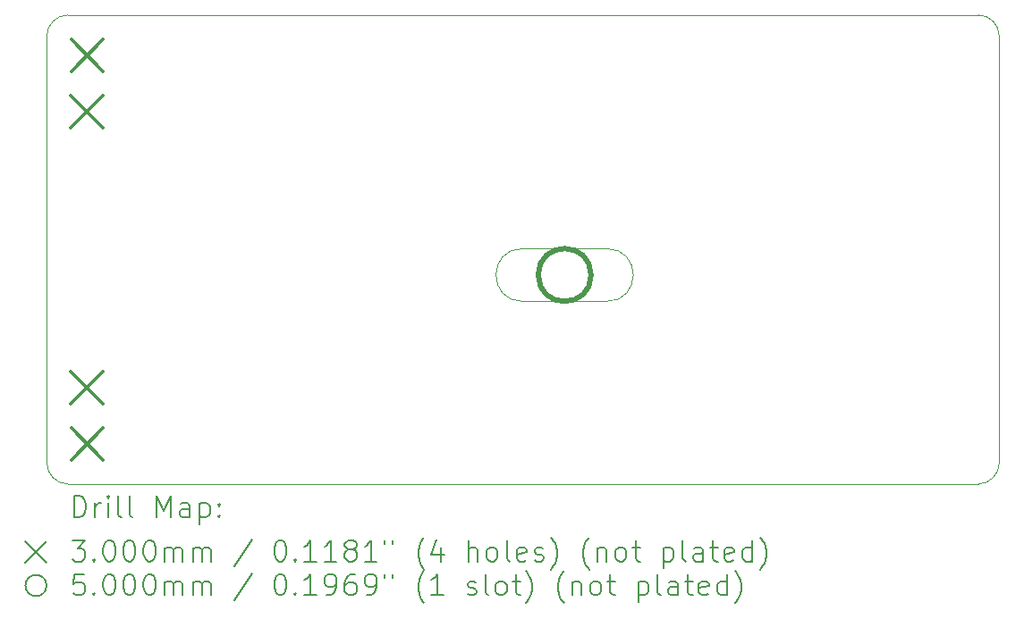
<source format=gbr>
%TF.GenerationSoftware,KiCad,Pcbnew,8.0.4*%
%TF.CreationDate,2024-09-16T22:07:16+05:30*%
%TF.ProjectId,mmeshtastic-pcb,6d6d6573-6874-4617-9374-69632d706362,rev?*%
%TF.SameCoordinates,Original*%
%TF.FileFunction,Drillmap*%
%TF.FilePolarity,Positive*%
%FSLAX45Y45*%
G04 Gerber Fmt 4.5, Leading zero omitted, Abs format (unit mm)*
G04 Created by KiCad (PCBNEW 8.0.4) date 2024-09-16 22:07:16*
%MOMM*%
%LPD*%
G01*
G04 APERTURE LIST*
%ADD10C,0.050000*%
%ADD11C,0.200000*%
%ADD12C,0.300000*%
%ADD13C,0.500000*%
%ADD14C,0.100000*%
G04 APERTURE END LIST*
D10*
X5280000Y-6731000D02*
X13897000Y-6731000D01*
X5080000Y-10976000D02*
X5080000Y-6931000D01*
X5280000Y-11176000D02*
G75*
G02*
X5080000Y-10976000I0J200000D01*
G01*
X13897000Y-6731000D02*
G75*
G02*
X14097000Y-6931000I0J-200000D01*
G01*
X13897000Y-11176000D02*
X5280000Y-11176000D01*
X14097000Y-6931000D02*
X14097000Y-10976000D01*
X14097000Y-10976000D02*
G75*
G02*
X13897000Y-11176000I-200000J0D01*
G01*
X5080000Y-6931000D02*
G75*
G02*
X5280000Y-6731000I200000J0D01*
G01*
D11*
D12*
X5307700Y-7495400D02*
X5607700Y-7795400D01*
X5607700Y-7495400D02*
X5307700Y-7795400D01*
X5307700Y-10111600D02*
X5607700Y-10411600D01*
X5607700Y-10111600D02*
X5307700Y-10411600D01*
X5311000Y-6962000D02*
X5611000Y-7262000D01*
X5611000Y-6962000D02*
X5311000Y-7262000D01*
X5311000Y-10645000D02*
X5611000Y-10945000D01*
X5611000Y-10645000D02*
X5311000Y-10945000D01*
D13*
X10232200Y-9194800D02*
G75*
G02*
X9732200Y-9194800I-250000J0D01*
G01*
X9732200Y-9194800D02*
G75*
G02*
X10232200Y-9194800I250000J0D01*
G01*
D14*
X9582200Y-9444800D02*
X10382200Y-9444800D01*
X10382200Y-8944800D02*
G75*
G02*
X10382200Y-9444800I0J-250000D01*
G01*
X10382200Y-8944800D02*
X9582200Y-8944800D01*
X9582200Y-8944800D02*
G75*
G03*
X9582200Y-9444800I0J-250000D01*
G01*
D11*
X5338277Y-11489984D02*
X5338277Y-11289984D01*
X5338277Y-11289984D02*
X5385896Y-11289984D01*
X5385896Y-11289984D02*
X5414467Y-11299508D01*
X5414467Y-11299508D02*
X5433515Y-11318555D01*
X5433515Y-11318555D02*
X5443039Y-11337603D01*
X5443039Y-11337603D02*
X5452563Y-11375698D01*
X5452563Y-11375698D02*
X5452563Y-11404269D01*
X5452563Y-11404269D02*
X5443039Y-11442365D01*
X5443039Y-11442365D02*
X5433515Y-11461412D01*
X5433515Y-11461412D02*
X5414467Y-11480460D01*
X5414467Y-11480460D02*
X5385896Y-11489984D01*
X5385896Y-11489984D02*
X5338277Y-11489984D01*
X5538277Y-11489984D02*
X5538277Y-11356650D01*
X5538277Y-11394746D02*
X5547801Y-11375698D01*
X5547801Y-11375698D02*
X5557324Y-11366174D01*
X5557324Y-11366174D02*
X5576372Y-11356650D01*
X5576372Y-11356650D02*
X5595420Y-11356650D01*
X5662086Y-11489984D02*
X5662086Y-11356650D01*
X5662086Y-11289984D02*
X5652562Y-11299508D01*
X5652562Y-11299508D02*
X5662086Y-11309031D01*
X5662086Y-11309031D02*
X5671610Y-11299508D01*
X5671610Y-11299508D02*
X5662086Y-11289984D01*
X5662086Y-11289984D02*
X5662086Y-11309031D01*
X5785896Y-11489984D02*
X5766848Y-11480460D01*
X5766848Y-11480460D02*
X5757324Y-11461412D01*
X5757324Y-11461412D02*
X5757324Y-11289984D01*
X5890658Y-11489984D02*
X5871610Y-11480460D01*
X5871610Y-11480460D02*
X5862086Y-11461412D01*
X5862086Y-11461412D02*
X5862086Y-11289984D01*
X6119229Y-11489984D02*
X6119229Y-11289984D01*
X6119229Y-11289984D02*
X6185896Y-11432841D01*
X6185896Y-11432841D02*
X6252562Y-11289984D01*
X6252562Y-11289984D02*
X6252562Y-11489984D01*
X6433515Y-11489984D02*
X6433515Y-11385222D01*
X6433515Y-11385222D02*
X6423991Y-11366174D01*
X6423991Y-11366174D02*
X6404943Y-11356650D01*
X6404943Y-11356650D02*
X6366848Y-11356650D01*
X6366848Y-11356650D02*
X6347801Y-11366174D01*
X6433515Y-11480460D02*
X6414467Y-11489984D01*
X6414467Y-11489984D02*
X6366848Y-11489984D01*
X6366848Y-11489984D02*
X6347801Y-11480460D01*
X6347801Y-11480460D02*
X6338277Y-11461412D01*
X6338277Y-11461412D02*
X6338277Y-11442365D01*
X6338277Y-11442365D02*
X6347801Y-11423317D01*
X6347801Y-11423317D02*
X6366848Y-11413793D01*
X6366848Y-11413793D02*
X6414467Y-11413793D01*
X6414467Y-11413793D02*
X6433515Y-11404269D01*
X6528753Y-11356650D02*
X6528753Y-11556650D01*
X6528753Y-11366174D02*
X6547801Y-11356650D01*
X6547801Y-11356650D02*
X6585896Y-11356650D01*
X6585896Y-11356650D02*
X6604943Y-11366174D01*
X6604943Y-11366174D02*
X6614467Y-11375698D01*
X6614467Y-11375698D02*
X6623991Y-11394746D01*
X6623991Y-11394746D02*
X6623991Y-11451888D01*
X6623991Y-11451888D02*
X6614467Y-11470936D01*
X6614467Y-11470936D02*
X6604943Y-11480460D01*
X6604943Y-11480460D02*
X6585896Y-11489984D01*
X6585896Y-11489984D02*
X6547801Y-11489984D01*
X6547801Y-11489984D02*
X6528753Y-11480460D01*
X6709705Y-11470936D02*
X6719229Y-11480460D01*
X6719229Y-11480460D02*
X6709705Y-11489984D01*
X6709705Y-11489984D02*
X6700182Y-11480460D01*
X6700182Y-11480460D02*
X6709705Y-11470936D01*
X6709705Y-11470936D02*
X6709705Y-11489984D01*
X6709705Y-11366174D02*
X6719229Y-11375698D01*
X6719229Y-11375698D02*
X6709705Y-11385222D01*
X6709705Y-11385222D02*
X6700182Y-11375698D01*
X6700182Y-11375698D02*
X6709705Y-11366174D01*
X6709705Y-11366174D02*
X6709705Y-11385222D01*
X4877500Y-11718500D02*
X5077500Y-11918500D01*
X5077500Y-11718500D02*
X4877500Y-11918500D01*
X5319229Y-11709984D02*
X5443039Y-11709984D01*
X5443039Y-11709984D02*
X5376372Y-11786174D01*
X5376372Y-11786174D02*
X5404944Y-11786174D01*
X5404944Y-11786174D02*
X5423991Y-11795698D01*
X5423991Y-11795698D02*
X5433515Y-11805222D01*
X5433515Y-11805222D02*
X5443039Y-11824269D01*
X5443039Y-11824269D02*
X5443039Y-11871888D01*
X5443039Y-11871888D02*
X5433515Y-11890936D01*
X5433515Y-11890936D02*
X5423991Y-11900460D01*
X5423991Y-11900460D02*
X5404944Y-11909984D01*
X5404944Y-11909984D02*
X5347801Y-11909984D01*
X5347801Y-11909984D02*
X5328753Y-11900460D01*
X5328753Y-11900460D02*
X5319229Y-11890936D01*
X5528753Y-11890936D02*
X5538277Y-11900460D01*
X5538277Y-11900460D02*
X5528753Y-11909984D01*
X5528753Y-11909984D02*
X5519229Y-11900460D01*
X5519229Y-11900460D02*
X5528753Y-11890936D01*
X5528753Y-11890936D02*
X5528753Y-11909984D01*
X5662086Y-11709984D02*
X5681134Y-11709984D01*
X5681134Y-11709984D02*
X5700182Y-11719508D01*
X5700182Y-11719508D02*
X5709705Y-11729031D01*
X5709705Y-11729031D02*
X5719229Y-11748079D01*
X5719229Y-11748079D02*
X5728753Y-11786174D01*
X5728753Y-11786174D02*
X5728753Y-11833793D01*
X5728753Y-11833793D02*
X5719229Y-11871888D01*
X5719229Y-11871888D02*
X5709705Y-11890936D01*
X5709705Y-11890936D02*
X5700182Y-11900460D01*
X5700182Y-11900460D02*
X5681134Y-11909984D01*
X5681134Y-11909984D02*
X5662086Y-11909984D01*
X5662086Y-11909984D02*
X5643039Y-11900460D01*
X5643039Y-11900460D02*
X5633515Y-11890936D01*
X5633515Y-11890936D02*
X5623991Y-11871888D01*
X5623991Y-11871888D02*
X5614467Y-11833793D01*
X5614467Y-11833793D02*
X5614467Y-11786174D01*
X5614467Y-11786174D02*
X5623991Y-11748079D01*
X5623991Y-11748079D02*
X5633515Y-11729031D01*
X5633515Y-11729031D02*
X5643039Y-11719508D01*
X5643039Y-11719508D02*
X5662086Y-11709984D01*
X5852562Y-11709984D02*
X5871610Y-11709984D01*
X5871610Y-11709984D02*
X5890658Y-11719508D01*
X5890658Y-11719508D02*
X5900182Y-11729031D01*
X5900182Y-11729031D02*
X5909705Y-11748079D01*
X5909705Y-11748079D02*
X5919229Y-11786174D01*
X5919229Y-11786174D02*
X5919229Y-11833793D01*
X5919229Y-11833793D02*
X5909705Y-11871888D01*
X5909705Y-11871888D02*
X5900182Y-11890936D01*
X5900182Y-11890936D02*
X5890658Y-11900460D01*
X5890658Y-11900460D02*
X5871610Y-11909984D01*
X5871610Y-11909984D02*
X5852562Y-11909984D01*
X5852562Y-11909984D02*
X5833515Y-11900460D01*
X5833515Y-11900460D02*
X5823991Y-11890936D01*
X5823991Y-11890936D02*
X5814467Y-11871888D01*
X5814467Y-11871888D02*
X5804943Y-11833793D01*
X5804943Y-11833793D02*
X5804943Y-11786174D01*
X5804943Y-11786174D02*
X5814467Y-11748079D01*
X5814467Y-11748079D02*
X5823991Y-11729031D01*
X5823991Y-11729031D02*
X5833515Y-11719508D01*
X5833515Y-11719508D02*
X5852562Y-11709984D01*
X6043039Y-11709984D02*
X6062086Y-11709984D01*
X6062086Y-11709984D02*
X6081134Y-11719508D01*
X6081134Y-11719508D02*
X6090658Y-11729031D01*
X6090658Y-11729031D02*
X6100182Y-11748079D01*
X6100182Y-11748079D02*
X6109705Y-11786174D01*
X6109705Y-11786174D02*
X6109705Y-11833793D01*
X6109705Y-11833793D02*
X6100182Y-11871888D01*
X6100182Y-11871888D02*
X6090658Y-11890936D01*
X6090658Y-11890936D02*
X6081134Y-11900460D01*
X6081134Y-11900460D02*
X6062086Y-11909984D01*
X6062086Y-11909984D02*
X6043039Y-11909984D01*
X6043039Y-11909984D02*
X6023991Y-11900460D01*
X6023991Y-11900460D02*
X6014467Y-11890936D01*
X6014467Y-11890936D02*
X6004943Y-11871888D01*
X6004943Y-11871888D02*
X5995420Y-11833793D01*
X5995420Y-11833793D02*
X5995420Y-11786174D01*
X5995420Y-11786174D02*
X6004943Y-11748079D01*
X6004943Y-11748079D02*
X6014467Y-11729031D01*
X6014467Y-11729031D02*
X6023991Y-11719508D01*
X6023991Y-11719508D02*
X6043039Y-11709984D01*
X6195420Y-11909984D02*
X6195420Y-11776650D01*
X6195420Y-11795698D02*
X6204943Y-11786174D01*
X6204943Y-11786174D02*
X6223991Y-11776650D01*
X6223991Y-11776650D02*
X6252563Y-11776650D01*
X6252563Y-11776650D02*
X6271610Y-11786174D01*
X6271610Y-11786174D02*
X6281134Y-11805222D01*
X6281134Y-11805222D02*
X6281134Y-11909984D01*
X6281134Y-11805222D02*
X6290658Y-11786174D01*
X6290658Y-11786174D02*
X6309705Y-11776650D01*
X6309705Y-11776650D02*
X6338277Y-11776650D01*
X6338277Y-11776650D02*
X6357324Y-11786174D01*
X6357324Y-11786174D02*
X6366848Y-11805222D01*
X6366848Y-11805222D02*
X6366848Y-11909984D01*
X6462086Y-11909984D02*
X6462086Y-11776650D01*
X6462086Y-11795698D02*
X6471610Y-11786174D01*
X6471610Y-11786174D02*
X6490658Y-11776650D01*
X6490658Y-11776650D02*
X6519229Y-11776650D01*
X6519229Y-11776650D02*
X6538277Y-11786174D01*
X6538277Y-11786174D02*
X6547801Y-11805222D01*
X6547801Y-11805222D02*
X6547801Y-11909984D01*
X6547801Y-11805222D02*
X6557324Y-11786174D01*
X6557324Y-11786174D02*
X6576372Y-11776650D01*
X6576372Y-11776650D02*
X6604943Y-11776650D01*
X6604943Y-11776650D02*
X6623991Y-11786174D01*
X6623991Y-11786174D02*
X6633515Y-11805222D01*
X6633515Y-11805222D02*
X6633515Y-11909984D01*
X7023991Y-11700460D02*
X6852563Y-11957603D01*
X7281134Y-11709984D02*
X7300182Y-11709984D01*
X7300182Y-11709984D02*
X7319229Y-11719508D01*
X7319229Y-11719508D02*
X7328753Y-11729031D01*
X7328753Y-11729031D02*
X7338277Y-11748079D01*
X7338277Y-11748079D02*
X7347801Y-11786174D01*
X7347801Y-11786174D02*
X7347801Y-11833793D01*
X7347801Y-11833793D02*
X7338277Y-11871888D01*
X7338277Y-11871888D02*
X7328753Y-11890936D01*
X7328753Y-11890936D02*
X7319229Y-11900460D01*
X7319229Y-11900460D02*
X7300182Y-11909984D01*
X7300182Y-11909984D02*
X7281134Y-11909984D01*
X7281134Y-11909984D02*
X7262086Y-11900460D01*
X7262086Y-11900460D02*
X7252563Y-11890936D01*
X7252563Y-11890936D02*
X7243039Y-11871888D01*
X7243039Y-11871888D02*
X7233515Y-11833793D01*
X7233515Y-11833793D02*
X7233515Y-11786174D01*
X7233515Y-11786174D02*
X7243039Y-11748079D01*
X7243039Y-11748079D02*
X7252563Y-11729031D01*
X7252563Y-11729031D02*
X7262086Y-11719508D01*
X7262086Y-11719508D02*
X7281134Y-11709984D01*
X7433515Y-11890936D02*
X7443039Y-11900460D01*
X7443039Y-11900460D02*
X7433515Y-11909984D01*
X7433515Y-11909984D02*
X7423991Y-11900460D01*
X7423991Y-11900460D02*
X7433515Y-11890936D01*
X7433515Y-11890936D02*
X7433515Y-11909984D01*
X7633515Y-11909984D02*
X7519229Y-11909984D01*
X7576372Y-11909984D02*
X7576372Y-11709984D01*
X7576372Y-11709984D02*
X7557325Y-11738555D01*
X7557325Y-11738555D02*
X7538277Y-11757603D01*
X7538277Y-11757603D02*
X7519229Y-11767127D01*
X7823991Y-11909984D02*
X7709706Y-11909984D01*
X7766848Y-11909984D02*
X7766848Y-11709984D01*
X7766848Y-11709984D02*
X7747801Y-11738555D01*
X7747801Y-11738555D02*
X7728753Y-11757603D01*
X7728753Y-11757603D02*
X7709706Y-11767127D01*
X7938277Y-11795698D02*
X7919229Y-11786174D01*
X7919229Y-11786174D02*
X7909706Y-11776650D01*
X7909706Y-11776650D02*
X7900182Y-11757603D01*
X7900182Y-11757603D02*
X7900182Y-11748079D01*
X7900182Y-11748079D02*
X7909706Y-11729031D01*
X7909706Y-11729031D02*
X7919229Y-11719508D01*
X7919229Y-11719508D02*
X7938277Y-11709984D01*
X7938277Y-11709984D02*
X7976372Y-11709984D01*
X7976372Y-11709984D02*
X7995420Y-11719508D01*
X7995420Y-11719508D02*
X8004944Y-11729031D01*
X8004944Y-11729031D02*
X8014467Y-11748079D01*
X8014467Y-11748079D02*
X8014467Y-11757603D01*
X8014467Y-11757603D02*
X8004944Y-11776650D01*
X8004944Y-11776650D02*
X7995420Y-11786174D01*
X7995420Y-11786174D02*
X7976372Y-11795698D01*
X7976372Y-11795698D02*
X7938277Y-11795698D01*
X7938277Y-11795698D02*
X7919229Y-11805222D01*
X7919229Y-11805222D02*
X7909706Y-11814746D01*
X7909706Y-11814746D02*
X7900182Y-11833793D01*
X7900182Y-11833793D02*
X7900182Y-11871888D01*
X7900182Y-11871888D02*
X7909706Y-11890936D01*
X7909706Y-11890936D02*
X7919229Y-11900460D01*
X7919229Y-11900460D02*
X7938277Y-11909984D01*
X7938277Y-11909984D02*
X7976372Y-11909984D01*
X7976372Y-11909984D02*
X7995420Y-11900460D01*
X7995420Y-11900460D02*
X8004944Y-11890936D01*
X8004944Y-11890936D02*
X8014467Y-11871888D01*
X8014467Y-11871888D02*
X8014467Y-11833793D01*
X8014467Y-11833793D02*
X8004944Y-11814746D01*
X8004944Y-11814746D02*
X7995420Y-11805222D01*
X7995420Y-11805222D02*
X7976372Y-11795698D01*
X8204944Y-11909984D02*
X8090658Y-11909984D01*
X8147801Y-11909984D02*
X8147801Y-11709984D01*
X8147801Y-11709984D02*
X8128753Y-11738555D01*
X8128753Y-11738555D02*
X8109706Y-11757603D01*
X8109706Y-11757603D02*
X8090658Y-11767127D01*
X8281134Y-11709984D02*
X8281134Y-11748079D01*
X8357325Y-11709984D02*
X8357325Y-11748079D01*
X8652563Y-11986174D02*
X8643039Y-11976650D01*
X8643039Y-11976650D02*
X8623991Y-11948079D01*
X8623991Y-11948079D02*
X8614468Y-11929031D01*
X8614468Y-11929031D02*
X8604944Y-11900460D01*
X8604944Y-11900460D02*
X8595420Y-11852841D01*
X8595420Y-11852841D02*
X8595420Y-11814746D01*
X8595420Y-11814746D02*
X8604944Y-11767127D01*
X8604944Y-11767127D02*
X8614468Y-11738555D01*
X8614468Y-11738555D02*
X8623991Y-11719508D01*
X8623991Y-11719508D02*
X8643039Y-11690936D01*
X8643039Y-11690936D02*
X8652563Y-11681412D01*
X8814468Y-11776650D02*
X8814468Y-11909984D01*
X8766849Y-11700460D02*
X8719230Y-11843317D01*
X8719230Y-11843317D02*
X8843039Y-11843317D01*
X9071611Y-11909984D02*
X9071611Y-11709984D01*
X9157325Y-11909984D02*
X9157325Y-11805222D01*
X9157325Y-11805222D02*
X9147801Y-11786174D01*
X9147801Y-11786174D02*
X9128753Y-11776650D01*
X9128753Y-11776650D02*
X9100182Y-11776650D01*
X9100182Y-11776650D02*
X9081134Y-11786174D01*
X9081134Y-11786174D02*
X9071611Y-11795698D01*
X9281134Y-11909984D02*
X9262087Y-11900460D01*
X9262087Y-11900460D02*
X9252563Y-11890936D01*
X9252563Y-11890936D02*
X9243039Y-11871888D01*
X9243039Y-11871888D02*
X9243039Y-11814746D01*
X9243039Y-11814746D02*
X9252563Y-11795698D01*
X9252563Y-11795698D02*
X9262087Y-11786174D01*
X9262087Y-11786174D02*
X9281134Y-11776650D01*
X9281134Y-11776650D02*
X9309706Y-11776650D01*
X9309706Y-11776650D02*
X9328753Y-11786174D01*
X9328753Y-11786174D02*
X9338277Y-11795698D01*
X9338277Y-11795698D02*
X9347801Y-11814746D01*
X9347801Y-11814746D02*
X9347801Y-11871888D01*
X9347801Y-11871888D02*
X9338277Y-11890936D01*
X9338277Y-11890936D02*
X9328753Y-11900460D01*
X9328753Y-11900460D02*
X9309706Y-11909984D01*
X9309706Y-11909984D02*
X9281134Y-11909984D01*
X9462087Y-11909984D02*
X9443039Y-11900460D01*
X9443039Y-11900460D02*
X9433515Y-11881412D01*
X9433515Y-11881412D02*
X9433515Y-11709984D01*
X9614468Y-11900460D02*
X9595420Y-11909984D01*
X9595420Y-11909984D02*
X9557325Y-11909984D01*
X9557325Y-11909984D02*
X9538277Y-11900460D01*
X9538277Y-11900460D02*
X9528753Y-11881412D01*
X9528753Y-11881412D02*
X9528753Y-11805222D01*
X9528753Y-11805222D02*
X9538277Y-11786174D01*
X9538277Y-11786174D02*
X9557325Y-11776650D01*
X9557325Y-11776650D02*
X9595420Y-11776650D01*
X9595420Y-11776650D02*
X9614468Y-11786174D01*
X9614468Y-11786174D02*
X9623992Y-11805222D01*
X9623992Y-11805222D02*
X9623992Y-11824269D01*
X9623992Y-11824269D02*
X9528753Y-11843317D01*
X9700182Y-11900460D02*
X9719230Y-11909984D01*
X9719230Y-11909984D02*
X9757325Y-11909984D01*
X9757325Y-11909984D02*
X9776373Y-11900460D01*
X9776373Y-11900460D02*
X9785896Y-11881412D01*
X9785896Y-11881412D02*
X9785896Y-11871888D01*
X9785896Y-11871888D02*
X9776373Y-11852841D01*
X9776373Y-11852841D02*
X9757325Y-11843317D01*
X9757325Y-11843317D02*
X9728753Y-11843317D01*
X9728753Y-11843317D02*
X9709706Y-11833793D01*
X9709706Y-11833793D02*
X9700182Y-11814746D01*
X9700182Y-11814746D02*
X9700182Y-11805222D01*
X9700182Y-11805222D02*
X9709706Y-11786174D01*
X9709706Y-11786174D02*
X9728753Y-11776650D01*
X9728753Y-11776650D02*
X9757325Y-11776650D01*
X9757325Y-11776650D02*
X9776373Y-11786174D01*
X9852563Y-11986174D02*
X9862087Y-11976650D01*
X9862087Y-11976650D02*
X9881134Y-11948079D01*
X9881134Y-11948079D02*
X9890658Y-11929031D01*
X9890658Y-11929031D02*
X9900182Y-11900460D01*
X9900182Y-11900460D02*
X9909706Y-11852841D01*
X9909706Y-11852841D02*
X9909706Y-11814746D01*
X9909706Y-11814746D02*
X9900182Y-11767127D01*
X9900182Y-11767127D02*
X9890658Y-11738555D01*
X9890658Y-11738555D02*
X9881134Y-11719508D01*
X9881134Y-11719508D02*
X9862087Y-11690936D01*
X9862087Y-11690936D02*
X9852563Y-11681412D01*
X10214468Y-11986174D02*
X10204944Y-11976650D01*
X10204944Y-11976650D02*
X10185896Y-11948079D01*
X10185896Y-11948079D02*
X10176373Y-11929031D01*
X10176373Y-11929031D02*
X10166849Y-11900460D01*
X10166849Y-11900460D02*
X10157325Y-11852841D01*
X10157325Y-11852841D02*
X10157325Y-11814746D01*
X10157325Y-11814746D02*
X10166849Y-11767127D01*
X10166849Y-11767127D02*
X10176373Y-11738555D01*
X10176373Y-11738555D02*
X10185896Y-11719508D01*
X10185896Y-11719508D02*
X10204944Y-11690936D01*
X10204944Y-11690936D02*
X10214468Y-11681412D01*
X10290658Y-11776650D02*
X10290658Y-11909984D01*
X10290658Y-11795698D02*
X10300182Y-11786174D01*
X10300182Y-11786174D02*
X10319230Y-11776650D01*
X10319230Y-11776650D02*
X10347801Y-11776650D01*
X10347801Y-11776650D02*
X10366849Y-11786174D01*
X10366849Y-11786174D02*
X10376373Y-11805222D01*
X10376373Y-11805222D02*
X10376373Y-11909984D01*
X10500182Y-11909984D02*
X10481134Y-11900460D01*
X10481134Y-11900460D02*
X10471611Y-11890936D01*
X10471611Y-11890936D02*
X10462087Y-11871888D01*
X10462087Y-11871888D02*
X10462087Y-11814746D01*
X10462087Y-11814746D02*
X10471611Y-11795698D01*
X10471611Y-11795698D02*
X10481134Y-11786174D01*
X10481134Y-11786174D02*
X10500182Y-11776650D01*
X10500182Y-11776650D02*
X10528754Y-11776650D01*
X10528754Y-11776650D02*
X10547801Y-11786174D01*
X10547801Y-11786174D02*
X10557325Y-11795698D01*
X10557325Y-11795698D02*
X10566849Y-11814746D01*
X10566849Y-11814746D02*
X10566849Y-11871888D01*
X10566849Y-11871888D02*
X10557325Y-11890936D01*
X10557325Y-11890936D02*
X10547801Y-11900460D01*
X10547801Y-11900460D02*
X10528754Y-11909984D01*
X10528754Y-11909984D02*
X10500182Y-11909984D01*
X10623992Y-11776650D02*
X10700182Y-11776650D01*
X10652563Y-11709984D02*
X10652563Y-11881412D01*
X10652563Y-11881412D02*
X10662087Y-11900460D01*
X10662087Y-11900460D02*
X10681134Y-11909984D01*
X10681134Y-11909984D02*
X10700182Y-11909984D01*
X10919230Y-11776650D02*
X10919230Y-11976650D01*
X10919230Y-11786174D02*
X10938277Y-11776650D01*
X10938277Y-11776650D02*
X10976373Y-11776650D01*
X10976373Y-11776650D02*
X10995420Y-11786174D01*
X10995420Y-11786174D02*
X11004944Y-11795698D01*
X11004944Y-11795698D02*
X11014468Y-11814746D01*
X11014468Y-11814746D02*
X11014468Y-11871888D01*
X11014468Y-11871888D02*
X11004944Y-11890936D01*
X11004944Y-11890936D02*
X10995420Y-11900460D01*
X10995420Y-11900460D02*
X10976373Y-11909984D01*
X10976373Y-11909984D02*
X10938277Y-11909984D01*
X10938277Y-11909984D02*
X10919230Y-11900460D01*
X11128754Y-11909984D02*
X11109706Y-11900460D01*
X11109706Y-11900460D02*
X11100182Y-11881412D01*
X11100182Y-11881412D02*
X11100182Y-11709984D01*
X11290658Y-11909984D02*
X11290658Y-11805222D01*
X11290658Y-11805222D02*
X11281134Y-11786174D01*
X11281134Y-11786174D02*
X11262087Y-11776650D01*
X11262087Y-11776650D02*
X11223992Y-11776650D01*
X11223992Y-11776650D02*
X11204944Y-11786174D01*
X11290658Y-11900460D02*
X11271611Y-11909984D01*
X11271611Y-11909984D02*
X11223992Y-11909984D01*
X11223992Y-11909984D02*
X11204944Y-11900460D01*
X11204944Y-11900460D02*
X11195420Y-11881412D01*
X11195420Y-11881412D02*
X11195420Y-11862365D01*
X11195420Y-11862365D02*
X11204944Y-11843317D01*
X11204944Y-11843317D02*
X11223992Y-11833793D01*
X11223992Y-11833793D02*
X11271611Y-11833793D01*
X11271611Y-11833793D02*
X11290658Y-11824269D01*
X11357325Y-11776650D02*
X11433515Y-11776650D01*
X11385896Y-11709984D02*
X11385896Y-11881412D01*
X11385896Y-11881412D02*
X11395420Y-11900460D01*
X11395420Y-11900460D02*
X11414468Y-11909984D01*
X11414468Y-11909984D02*
X11433515Y-11909984D01*
X11576373Y-11900460D02*
X11557325Y-11909984D01*
X11557325Y-11909984D02*
X11519230Y-11909984D01*
X11519230Y-11909984D02*
X11500182Y-11900460D01*
X11500182Y-11900460D02*
X11490658Y-11881412D01*
X11490658Y-11881412D02*
X11490658Y-11805222D01*
X11490658Y-11805222D02*
X11500182Y-11786174D01*
X11500182Y-11786174D02*
X11519230Y-11776650D01*
X11519230Y-11776650D02*
X11557325Y-11776650D01*
X11557325Y-11776650D02*
X11576373Y-11786174D01*
X11576373Y-11786174D02*
X11585896Y-11805222D01*
X11585896Y-11805222D02*
X11585896Y-11824269D01*
X11585896Y-11824269D02*
X11490658Y-11843317D01*
X11757325Y-11909984D02*
X11757325Y-11709984D01*
X11757325Y-11900460D02*
X11738277Y-11909984D01*
X11738277Y-11909984D02*
X11700182Y-11909984D01*
X11700182Y-11909984D02*
X11681134Y-11900460D01*
X11681134Y-11900460D02*
X11671611Y-11890936D01*
X11671611Y-11890936D02*
X11662087Y-11871888D01*
X11662087Y-11871888D02*
X11662087Y-11814746D01*
X11662087Y-11814746D02*
X11671611Y-11795698D01*
X11671611Y-11795698D02*
X11681134Y-11786174D01*
X11681134Y-11786174D02*
X11700182Y-11776650D01*
X11700182Y-11776650D02*
X11738277Y-11776650D01*
X11738277Y-11776650D02*
X11757325Y-11786174D01*
X11833515Y-11986174D02*
X11843039Y-11976650D01*
X11843039Y-11976650D02*
X11862087Y-11948079D01*
X11862087Y-11948079D02*
X11871611Y-11929031D01*
X11871611Y-11929031D02*
X11881134Y-11900460D01*
X11881134Y-11900460D02*
X11890658Y-11852841D01*
X11890658Y-11852841D02*
X11890658Y-11814746D01*
X11890658Y-11814746D02*
X11881134Y-11767127D01*
X11881134Y-11767127D02*
X11871611Y-11738555D01*
X11871611Y-11738555D02*
X11862087Y-11719508D01*
X11862087Y-11719508D02*
X11843039Y-11690936D01*
X11843039Y-11690936D02*
X11833515Y-11681412D01*
X5077500Y-12138500D02*
G75*
G02*
X4877500Y-12138500I-100000J0D01*
G01*
X4877500Y-12138500D02*
G75*
G02*
X5077500Y-12138500I100000J0D01*
G01*
X5433515Y-12029984D02*
X5338277Y-12029984D01*
X5338277Y-12029984D02*
X5328753Y-12125222D01*
X5328753Y-12125222D02*
X5338277Y-12115698D01*
X5338277Y-12115698D02*
X5357324Y-12106174D01*
X5357324Y-12106174D02*
X5404944Y-12106174D01*
X5404944Y-12106174D02*
X5423991Y-12115698D01*
X5423991Y-12115698D02*
X5433515Y-12125222D01*
X5433515Y-12125222D02*
X5443039Y-12144269D01*
X5443039Y-12144269D02*
X5443039Y-12191888D01*
X5443039Y-12191888D02*
X5433515Y-12210936D01*
X5433515Y-12210936D02*
X5423991Y-12220460D01*
X5423991Y-12220460D02*
X5404944Y-12229984D01*
X5404944Y-12229984D02*
X5357324Y-12229984D01*
X5357324Y-12229984D02*
X5338277Y-12220460D01*
X5338277Y-12220460D02*
X5328753Y-12210936D01*
X5528753Y-12210936D02*
X5538277Y-12220460D01*
X5538277Y-12220460D02*
X5528753Y-12229984D01*
X5528753Y-12229984D02*
X5519229Y-12220460D01*
X5519229Y-12220460D02*
X5528753Y-12210936D01*
X5528753Y-12210936D02*
X5528753Y-12229984D01*
X5662086Y-12029984D02*
X5681134Y-12029984D01*
X5681134Y-12029984D02*
X5700182Y-12039508D01*
X5700182Y-12039508D02*
X5709705Y-12049031D01*
X5709705Y-12049031D02*
X5719229Y-12068079D01*
X5719229Y-12068079D02*
X5728753Y-12106174D01*
X5728753Y-12106174D02*
X5728753Y-12153793D01*
X5728753Y-12153793D02*
X5719229Y-12191888D01*
X5719229Y-12191888D02*
X5709705Y-12210936D01*
X5709705Y-12210936D02*
X5700182Y-12220460D01*
X5700182Y-12220460D02*
X5681134Y-12229984D01*
X5681134Y-12229984D02*
X5662086Y-12229984D01*
X5662086Y-12229984D02*
X5643039Y-12220460D01*
X5643039Y-12220460D02*
X5633515Y-12210936D01*
X5633515Y-12210936D02*
X5623991Y-12191888D01*
X5623991Y-12191888D02*
X5614467Y-12153793D01*
X5614467Y-12153793D02*
X5614467Y-12106174D01*
X5614467Y-12106174D02*
X5623991Y-12068079D01*
X5623991Y-12068079D02*
X5633515Y-12049031D01*
X5633515Y-12049031D02*
X5643039Y-12039508D01*
X5643039Y-12039508D02*
X5662086Y-12029984D01*
X5852562Y-12029984D02*
X5871610Y-12029984D01*
X5871610Y-12029984D02*
X5890658Y-12039508D01*
X5890658Y-12039508D02*
X5900182Y-12049031D01*
X5900182Y-12049031D02*
X5909705Y-12068079D01*
X5909705Y-12068079D02*
X5919229Y-12106174D01*
X5919229Y-12106174D02*
X5919229Y-12153793D01*
X5919229Y-12153793D02*
X5909705Y-12191888D01*
X5909705Y-12191888D02*
X5900182Y-12210936D01*
X5900182Y-12210936D02*
X5890658Y-12220460D01*
X5890658Y-12220460D02*
X5871610Y-12229984D01*
X5871610Y-12229984D02*
X5852562Y-12229984D01*
X5852562Y-12229984D02*
X5833515Y-12220460D01*
X5833515Y-12220460D02*
X5823991Y-12210936D01*
X5823991Y-12210936D02*
X5814467Y-12191888D01*
X5814467Y-12191888D02*
X5804943Y-12153793D01*
X5804943Y-12153793D02*
X5804943Y-12106174D01*
X5804943Y-12106174D02*
X5814467Y-12068079D01*
X5814467Y-12068079D02*
X5823991Y-12049031D01*
X5823991Y-12049031D02*
X5833515Y-12039508D01*
X5833515Y-12039508D02*
X5852562Y-12029984D01*
X6043039Y-12029984D02*
X6062086Y-12029984D01*
X6062086Y-12029984D02*
X6081134Y-12039508D01*
X6081134Y-12039508D02*
X6090658Y-12049031D01*
X6090658Y-12049031D02*
X6100182Y-12068079D01*
X6100182Y-12068079D02*
X6109705Y-12106174D01*
X6109705Y-12106174D02*
X6109705Y-12153793D01*
X6109705Y-12153793D02*
X6100182Y-12191888D01*
X6100182Y-12191888D02*
X6090658Y-12210936D01*
X6090658Y-12210936D02*
X6081134Y-12220460D01*
X6081134Y-12220460D02*
X6062086Y-12229984D01*
X6062086Y-12229984D02*
X6043039Y-12229984D01*
X6043039Y-12229984D02*
X6023991Y-12220460D01*
X6023991Y-12220460D02*
X6014467Y-12210936D01*
X6014467Y-12210936D02*
X6004943Y-12191888D01*
X6004943Y-12191888D02*
X5995420Y-12153793D01*
X5995420Y-12153793D02*
X5995420Y-12106174D01*
X5995420Y-12106174D02*
X6004943Y-12068079D01*
X6004943Y-12068079D02*
X6014467Y-12049031D01*
X6014467Y-12049031D02*
X6023991Y-12039508D01*
X6023991Y-12039508D02*
X6043039Y-12029984D01*
X6195420Y-12229984D02*
X6195420Y-12096650D01*
X6195420Y-12115698D02*
X6204943Y-12106174D01*
X6204943Y-12106174D02*
X6223991Y-12096650D01*
X6223991Y-12096650D02*
X6252563Y-12096650D01*
X6252563Y-12096650D02*
X6271610Y-12106174D01*
X6271610Y-12106174D02*
X6281134Y-12125222D01*
X6281134Y-12125222D02*
X6281134Y-12229984D01*
X6281134Y-12125222D02*
X6290658Y-12106174D01*
X6290658Y-12106174D02*
X6309705Y-12096650D01*
X6309705Y-12096650D02*
X6338277Y-12096650D01*
X6338277Y-12096650D02*
X6357324Y-12106174D01*
X6357324Y-12106174D02*
X6366848Y-12125222D01*
X6366848Y-12125222D02*
X6366848Y-12229984D01*
X6462086Y-12229984D02*
X6462086Y-12096650D01*
X6462086Y-12115698D02*
X6471610Y-12106174D01*
X6471610Y-12106174D02*
X6490658Y-12096650D01*
X6490658Y-12096650D02*
X6519229Y-12096650D01*
X6519229Y-12096650D02*
X6538277Y-12106174D01*
X6538277Y-12106174D02*
X6547801Y-12125222D01*
X6547801Y-12125222D02*
X6547801Y-12229984D01*
X6547801Y-12125222D02*
X6557324Y-12106174D01*
X6557324Y-12106174D02*
X6576372Y-12096650D01*
X6576372Y-12096650D02*
X6604943Y-12096650D01*
X6604943Y-12096650D02*
X6623991Y-12106174D01*
X6623991Y-12106174D02*
X6633515Y-12125222D01*
X6633515Y-12125222D02*
X6633515Y-12229984D01*
X7023991Y-12020460D02*
X6852563Y-12277603D01*
X7281134Y-12029984D02*
X7300182Y-12029984D01*
X7300182Y-12029984D02*
X7319229Y-12039508D01*
X7319229Y-12039508D02*
X7328753Y-12049031D01*
X7328753Y-12049031D02*
X7338277Y-12068079D01*
X7338277Y-12068079D02*
X7347801Y-12106174D01*
X7347801Y-12106174D02*
X7347801Y-12153793D01*
X7347801Y-12153793D02*
X7338277Y-12191888D01*
X7338277Y-12191888D02*
X7328753Y-12210936D01*
X7328753Y-12210936D02*
X7319229Y-12220460D01*
X7319229Y-12220460D02*
X7300182Y-12229984D01*
X7300182Y-12229984D02*
X7281134Y-12229984D01*
X7281134Y-12229984D02*
X7262086Y-12220460D01*
X7262086Y-12220460D02*
X7252563Y-12210936D01*
X7252563Y-12210936D02*
X7243039Y-12191888D01*
X7243039Y-12191888D02*
X7233515Y-12153793D01*
X7233515Y-12153793D02*
X7233515Y-12106174D01*
X7233515Y-12106174D02*
X7243039Y-12068079D01*
X7243039Y-12068079D02*
X7252563Y-12049031D01*
X7252563Y-12049031D02*
X7262086Y-12039508D01*
X7262086Y-12039508D02*
X7281134Y-12029984D01*
X7433515Y-12210936D02*
X7443039Y-12220460D01*
X7443039Y-12220460D02*
X7433515Y-12229984D01*
X7433515Y-12229984D02*
X7423991Y-12220460D01*
X7423991Y-12220460D02*
X7433515Y-12210936D01*
X7433515Y-12210936D02*
X7433515Y-12229984D01*
X7633515Y-12229984D02*
X7519229Y-12229984D01*
X7576372Y-12229984D02*
X7576372Y-12029984D01*
X7576372Y-12029984D02*
X7557325Y-12058555D01*
X7557325Y-12058555D02*
X7538277Y-12077603D01*
X7538277Y-12077603D02*
X7519229Y-12087127D01*
X7728753Y-12229984D02*
X7766848Y-12229984D01*
X7766848Y-12229984D02*
X7785896Y-12220460D01*
X7785896Y-12220460D02*
X7795420Y-12210936D01*
X7795420Y-12210936D02*
X7814467Y-12182365D01*
X7814467Y-12182365D02*
X7823991Y-12144269D01*
X7823991Y-12144269D02*
X7823991Y-12068079D01*
X7823991Y-12068079D02*
X7814467Y-12049031D01*
X7814467Y-12049031D02*
X7804944Y-12039508D01*
X7804944Y-12039508D02*
X7785896Y-12029984D01*
X7785896Y-12029984D02*
X7747801Y-12029984D01*
X7747801Y-12029984D02*
X7728753Y-12039508D01*
X7728753Y-12039508D02*
X7719229Y-12049031D01*
X7719229Y-12049031D02*
X7709706Y-12068079D01*
X7709706Y-12068079D02*
X7709706Y-12115698D01*
X7709706Y-12115698D02*
X7719229Y-12134746D01*
X7719229Y-12134746D02*
X7728753Y-12144269D01*
X7728753Y-12144269D02*
X7747801Y-12153793D01*
X7747801Y-12153793D02*
X7785896Y-12153793D01*
X7785896Y-12153793D02*
X7804944Y-12144269D01*
X7804944Y-12144269D02*
X7814467Y-12134746D01*
X7814467Y-12134746D02*
X7823991Y-12115698D01*
X7995420Y-12029984D02*
X7957325Y-12029984D01*
X7957325Y-12029984D02*
X7938277Y-12039508D01*
X7938277Y-12039508D02*
X7928753Y-12049031D01*
X7928753Y-12049031D02*
X7909706Y-12077603D01*
X7909706Y-12077603D02*
X7900182Y-12115698D01*
X7900182Y-12115698D02*
X7900182Y-12191888D01*
X7900182Y-12191888D02*
X7909706Y-12210936D01*
X7909706Y-12210936D02*
X7919229Y-12220460D01*
X7919229Y-12220460D02*
X7938277Y-12229984D01*
X7938277Y-12229984D02*
X7976372Y-12229984D01*
X7976372Y-12229984D02*
X7995420Y-12220460D01*
X7995420Y-12220460D02*
X8004944Y-12210936D01*
X8004944Y-12210936D02*
X8014467Y-12191888D01*
X8014467Y-12191888D02*
X8014467Y-12144269D01*
X8014467Y-12144269D02*
X8004944Y-12125222D01*
X8004944Y-12125222D02*
X7995420Y-12115698D01*
X7995420Y-12115698D02*
X7976372Y-12106174D01*
X7976372Y-12106174D02*
X7938277Y-12106174D01*
X7938277Y-12106174D02*
X7919229Y-12115698D01*
X7919229Y-12115698D02*
X7909706Y-12125222D01*
X7909706Y-12125222D02*
X7900182Y-12144269D01*
X8109706Y-12229984D02*
X8147801Y-12229984D01*
X8147801Y-12229984D02*
X8166848Y-12220460D01*
X8166848Y-12220460D02*
X8176372Y-12210936D01*
X8176372Y-12210936D02*
X8195420Y-12182365D01*
X8195420Y-12182365D02*
X8204944Y-12144269D01*
X8204944Y-12144269D02*
X8204944Y-12068079D01*
X8204944Y-12068079D02*
X8195420Y-12049031D01*
X8195420Y-12049031D02*
X8185896Y-12039508D01*
X8185896Y-12039508D02*
X8166848Y-12029984D01*
X8166848Y-12029984D02*
X8128753Y-12029984D01*
X8128753Y-12029984D02*
X8109706Y-12039508D01*
X8109706Y-12039508D02*
X8100182Y-12049031D01*
X8100182Y-12049031D02*
X8090658Y-12068079D01*
X8090658Y-12068079D02*
X8090658Y-12115698D01*
X8090658Y-12115698D02*
X8100182Y-12134746D01*
X8100182Y-12134746D02*
X8109706Y-12144269D01*
X8109706Y-12144269D02*
X8128753Y-12153793D01*
X8128753Y-12153793D02*
X8166848Y-12153793D01*
X8166848Y-12153793D02*
X8185896Y-12144269D01*
X8185896Y-12144269D02*
X8195420Y-12134746D01*
X8195420Y-12134746D02*
X8204944Y-12115698D01*
X8281134Y-12029984D02*
X8281134Y-12068079D01*
X8357325Y-12029984D02*
X8357325Y-12068079D01*
X8652563Y-12306174D02*
X8643039Y-12296650D01*
X8643039Y-12296650D02*
X8623991Y-12268079D01*
X8623991Y-12268079D02*
X8614468Y-12249031D01*
X8614468Y-12249031D02*
X8604944Y-12220460D01*
X8604944Y-12220460D02*
X8595420Y-12172841D01*
X8595420Y-12172841D02*
X8595420Y-12134746D01*
X8595420Y-12134746D02*
X8604944Y-12087127D01*
X8604944Y-12087127D02*
X8614468Y-12058555D01*
X8614468Y-12058555D02*
X8623991Y-12039508D01*
X8623991Y-12039508D02*
X8643039Y-12010936D01*
X8643039Y-12010936D02*
X8652563Y-12001412D01*
X8833515Y-12229984D02*
X8719230Y-12229984D01*
X8776372Y-12229984D02*
X8776372Y-12029984D01*
X8776372Y-12029984D02*
X8757325Y-12058555D01*
X8757325Y-12058555D02*
X8738277Y-12077603D01*
X8738277Y-12077603D02*
X8719230Y-12087127D01*
X9062087Y-12220460D02*
X9081134Y-12229984D01*
X9081134Y-12229984D02*
X9119230Y-12229984D01*
X9119230Y-12229984D02*
X9138277Y-12220460D01*
X9138277Y-12220460D02*
X9147801Y-12201412D01*
X9147801Y-12201412D02*
X9147801Y-12191888D01*
X9147801Y-12191888D02*
X9138277Y-12172841D01*
X9138277Y-12172841D02*
X9119230Y-12163317D01*
X9119230Y-12163317D02*
X9090658Y-12163317D01*
X9090658Y-12163317D02*
X9071611Y-12153793D01*
X9071611Y-12153793D02*
X9062087Y-12134746D01*
X9062087Y-12134746D02*
X9062087Y-12125222D01*
X9062087Y-12125222D02*
X9071611Y-12106174D01*
X9071611Y-12106174D02*
X9090658Y-12096650D01*
X9090658Y-12096650D02*
X9119230Y-12096650D01*
X9119230Y-12096650D02*
X9138277Y-12106174D01*
X9262087Y-12229984D02*
X9243039Y-12220460D01*
X9243039Y-12220460D02*
X9233515Y-12201412D01*
X9233515Y-12201412D02*
X9233515Y-12029984D01*
X9366849Y-12229984D02*
X9347801Y-12220460D01*
X9347801Y-12220460D02*
X9338277Y-12210936D01*
X9338277Y-12210936D02*
X9328753Y-12191888D01*
X9328753Y-12191888D02*
X9328753Y-12134746D01*
X9328753Y-12134746D02*
X9338277Y-12115698D01*
X9338277Y-12115698D02*
X9347801Y-12106174D01*
X9347801Y-12106174D02*
X9366849Y-12096650D01*
X9366849Y-12096650D02*
X9395420Y-12096650D01*
X9395420Y-12096650D02*
X9414468Y-12106174D01*
X9414468Y-12106174D02*
X9423992Y-12115698D01*
X9423992Y-12115698D02*
X9433515Y-12134746D01*
X9433515Y-12134746D02*
X9433515Y-12191888D01*
X9433515Y-12191888D02*
X9423992Y-12210936D01*
X9423992Y-12210936D02*
X9414468Y-12220460D01*
X9414468Y-12220460D02*
X9395420Y-12229984D01*
X9395420Y-12229984D02*
X9366849Y-12229984D01*
X9490658Y-12096650D02*
X9566849Y-12096650D01*
X9519230Y-12029984D02*
X9519230Y-12201412D01*
X9519230Y-12201412D02*
X9528753Y-12220460D01*
X9528753Y-12220460D02*
X9547801Y-12229984D01*
X9547801Y-12229984D02*
X9566849Y-12229984D01*
X9614468Y-12306174D02*
X9623992Y-12296650D01*
X9623992Y-12296650D02*
X9643039Y-12268079D01*
X9643039Y-12268079D02*
X9652563Y-12249031D01*
X9652563Y-12249031D02*
X9662087Y-12220460D01*
X9662087Y-12220460D02*
X9671611Y-12172841D01*
X9671611Y-12172841D02*
X9671611Y-12134746D01*
X9671611Y-12134746D02*
X9662087Y-12087127D01*
X9662087Y-12087127D02*
X9652563Y-12058555D01*
X9652563Y-12058555D02*
X9643039Y-12039508D01*
X9643039Y-12039508D02*
X9623992Y-12010936D01*
X9623992Y-12010936D02*
X9614468Y-12001412D01*
X9976373Y-12306174D02*
X9966849Y-12296650D01*
X9966849Y-12296650D02*
X9947801Y-12268079D01*
X9947801Y-12268079D02*
X9938277Y-12249031D01*
X9938277Y-12249031D02*
X9928753Y-12220460D01*
X9928753Y-12220460D02*
X9919230Y-12172841D01*
X9919230Y-12172841D02*
X9919230Y-12134746D01*
X9919230Y-12134746D02*
X9928753Y-12087127D01*
X9928753Y-12087127D02*
X9938277Y-12058555D01*
X9938277Y-12058555D02*
X9947801Y-12039508D01*
X9947801Y-12039508D02*
X9966849Y-12010936D01*
X9966849Y-12010936D02*
X9976373Y-12001412D01*
X10052563Y-12096650D02*
X10052563Y-12229984D01*
X10052563Y-12115698D02*
X10062087Y-12106174D01*
X10062087Y-12106174D02*
X10081134Y-12096650D01*
X10081134Y-12096650D02*
X10109706Y-12096650D01*
X10109706Y-12096650D02*
X10128753Y-12106174D01*
X10128753Y-12106174D02*
X10138277Y-12125222D01*
X10138277Y-12125222D02*
X10138277Y-12229984D01*
X10262087Y-12229984D02*
X10243039Y-12220460D01*
X10243039Y-12220460D02*
X10233515Y-12210936D01*
X10233515Y-12210936D02*
X10223992Y-12191888D01*
X10223992Y-12191888D02*
X10223992Y-12134746D01*
X10223992Y-12134746D02*
X10233515Y-12115698D01*
X10233515Y-12115698D02*
X10243039Y-12106174D01*
X10243039Y-12106174D02*
X10262087Y-12096650D01*
X10262087Y-12096650D02*
X10290658Y-12096650D01*
X10290658Y-12096650D02*
X10309706Y-12106174D01*
X10309706Y-12106174D02*
X10319230Y-12115698D01*
X10319230Y-12115698D02*
X10328753Y-12134746D01*
X10328753Y-12134746D02*
X10328753Y-12191888D01*
X10328753Y-12191888D02*
X10319230Y-12210936D01*
X10319230Y-12210936D02*
X10309706Y-12220460D01*
X10309706Y-12220460D02*
X10290658Y-12229984D01*
X10290658Y-12229984D02*
X10262087Y-12229984D01*
X10385896Y-12096650D02*
X10462087Y-12096650D01*
X10414468Y-12029984D02*
X10414468Y-12201412D01*
X10414468Y-12201412D02*
X10423992Y-12220460D01*
X10423992Y-12220460D02*
X10443039Y-12229984D01*
X10443039Y-12229984D02*
X10462087Y-12229984D01*
X10681134Y-12096650D02*
X10681134Y-12296650D01*
X10681134Y-12106174D02*
X10700182Y-12096650D01*
X10700182Y-12096650D02*
X10738277Y-12096650D01*
X10738277Y-12096650D02*
X10757325Y-12106174D01*
X10757325Y-12106174D02*
X10766849Y-12115698D01*
X10766849Y-12115698D02*
X10776373Y-12134746D01*
X10776373Y-12134746D02*
X10776373Y-12191888D01*
X10776373Y-12191888D02*
X10766849Y-12210936D01*
X10766849Y-12210936D02*
X10757325Y-12220460D01*
X10757325Y-12220460D02*
X10738277Y-12229984D01*
X10738277Y-12229984D02*
X10700182Y-12229984D01*
X10700182Y-12229984D02*
X10681134Y-12220460D01*
X10890658Y-12229984D02*
X10871611Y-12220460D01*
X10871611Y-12220460D02*
X10862087Y-12201412D01*
X10862087Y-12201412D02*
X10862087Y-12029984D01*
X11052563Y-12229984D02*
X11052563Y-12125222D01*
X11052563Y-12125222D02*
X11043039Y-12106174D01*
X11043039Y-12106174D02*
X11023992Y-12096650D01*
X11023992Y-12096650D02*
X10985896Y-12096650D01*
X10985896Y-12096650D02*
X10966849Y-12106174D01*
X11052563Y-12220460D02*
X11033515Y-12229984D01*
X11033515Y-12229984D02*
X10985896Y-12229984D01*
X10985896Y-12229984D02*
X10966849Y-12220460D01*
X10966849Y-12220460D02*
X10957325Y-12201412D01*
X10957325Y-12201412D02*
X10957325Y-12182365D01*
X10957325Y-12182365D02*
X10966849Y-12163317D01*
X10966849Y-12163317D02*
X10985896Y-12153793D01*
X10985896Y-12153793D02*
X11033515Y-12153793D01*
X11033515Y-12153793D02*
X11052563Y-12144269D01*
X11119230Y-12096650D02*
X11195420Y-12096650D01*
X11147801Y-12029984D02*
X11147801Y-12201412D01*
X11147801Y-12201412D02*
X11157325Y-12220460D01*
X11157325Y-12220460D02*
X11176373Y-12229984D01*
X11176373Y-12229984D02*
X11195420Y-12229984D01*
X11338277Y-12220460D02*
X11319230Y-12229984D01*
X11319230Y-12229984D02*
X11281134Y-12229984D01*
X11281134Y-12229984D02*
X11262087Y-12220460D01*
X11262087Y-12220460D02*
X11252563Y-12201412D01*
X11252563Y-12201412D02*
X11252563Y-12125222D01*
X11252563Y-12125222D02*
X11262087Y-12106174D01*
X11262087Y-12106174D02*
X11281134Y-12096650D01*
X11281134Y-12096650D02*
X11319230Y-12096650D01*
X11319230Y-12096650D02*
X11338277Y-12106174D01*
X11338277Y-12106174D02*
X11347801Y-12125222D01*
X11347801Y-12125222D02*
X11347801Y-12144269D01*
X11347801Y-12144269D02*
X11252563Y-12163317D01*
X11519230Y-12229984D02*
X11519230Y-12029984D01*
X11519230Y-12220460D02*
X11500182Y-12229984D01*
X11500182Y-12229984D02*
X11462087Y-12229984D01*
X11462087Y-12229984D02*
X11443039Y-12220460D01*
X11443039Y-12220460D02*
X11433515Y-12210936D01*
X11433515Y-12210936D02*
X11423992Y-12191888D01*
X11423992Y-12191888D02*
X11423992Y-12134746D01*
X11423992Y-12134746D02*
X11433515Y-12115698D01*
X11433515Y-12115698D02*
X11443039Y-12106174D01*
X11443039Y-12106174D02*
X11462087Y-12096650D01*
X11462087Y-12096650D02*
X11500182Y-12096650D01*
X11500182Y-12096650D02*
X11519230Y-12106174D01*
X11595420Y-12306174D02*
X11604944Y-12296650D01*
X11604944Y-12296650D02*
X11623992Y-12268079D01*
X11623992Y-12268079D02*
X11633515Y-12249031D01*
X11633515Y-12249031D02*
X11643039Y-12220460D01*
X11643039Y-12220460D02*
X11652563Y-12172841D01*
X11652563Y-12172841D02*
X11652563Y-12134746D01*
X11652563Y-12134746D02*
X11643039Y-12087127D01*
X11643039Y-12087127D02*
X11633515Y-12058555D01*
X11633515Y-12058555D02*
X11623992Y-12039508D01*
X11623992Y-12039508D02*
X11604944Y-12010936D01*
X11604944Y-12010936D02*
X11595420Y-12001412D01*
M02*

</source>
